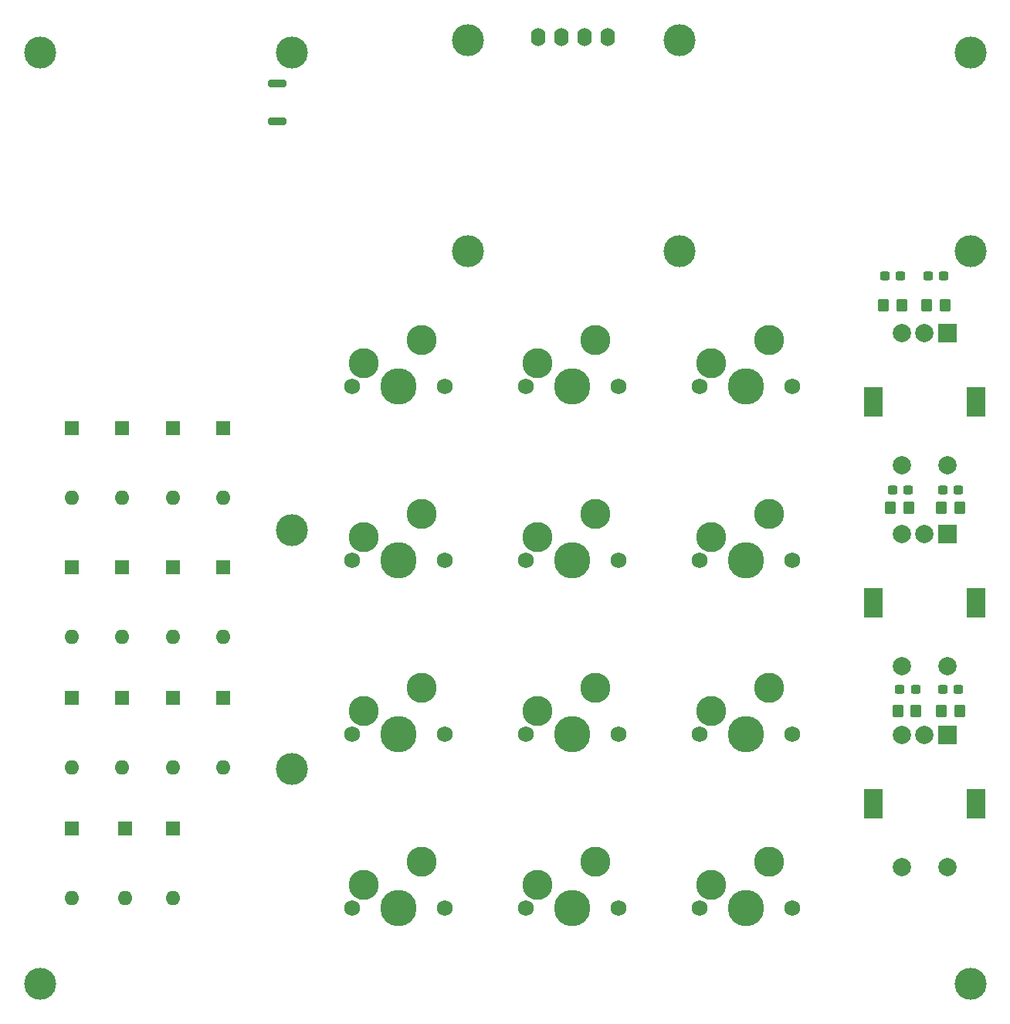
<source format=gts>
G04 #@! TF.GenerationSoftware,KiCad,Pcbnew,7.0.5*
G04 #@! TF.CreationDate,2023-07-29T23:22:17-07:00*
G04 #@! TF.ProjectId,Custom_KeyPad,43757374-6f6d-45f4-9b65-795061642e6b,rev?*
G04 #@! TF.SameCoordinates,Original*
G04 #@! TF.FileFunction,Soldermask,Top*
G04 #@! TF.FilePolarity,Negative*
%FSLAX46Y46*%
G04 Gerber Fmt 4.6, Leading zero omitted, Abs format (unit mm)*
G04 Created by KiCad (PCBNEW 7.0.5) date 2023-07-29 23:22:17*
%MOMM*%
%LPD*%
G01*
G04 APERTURE LIST*
G04 Aperture macros list*
%AMRoundRect*
0 Rectangle with rounded corners*
0 $1 Rounding radius*
0 $2 $3 $4 $5 $6 $7 $8 $9 X,Y pos of 4 corners*
0 Add a 4 corners polygon primitive as box body*
4,1,4,$2,$3,$4,$5,$6,$7,$8,$9,$2,$3,0*
0 Add four circle primitives for the rounded corners*
1,1,$1+$1,$2,$3*
1,1,$1+$1,$4,$5*
1,1,$1+$1,$6,$7*
1,1,$1+$1,$8,$9*
0 Add four rect primitives between the rounded corners*
20,1,$1+$1,$2,$3,$4,$5,0*
20,1,$1+$1,$4,$5,$6,$7,0*
20,1,$1+$1,$6,$7,$8,$9,0*
20,1,$1+$1,$8,$9,$2,$3,0*%
G04 Aperture macros list end*
%ADD10C,2.600000*%
%ADD11C,3.500000*%
%ADD12R,1.600000X1.600000*%
%ADD13O,1.600000X1.600000*%
%ADD14R,2.000000X2.000000*%
%ADD15C,2.000000*%
%ADD16R,2.000000X3.200000*%
%ADD17RoundRect,0.250000X-0.350000X-0.450000X0.350000X-0.450000X0.350000X0.450000X-0.350000X0.450000X0*%
%ADD18RoundRect,0.237500X-0.300000X-0.237500X0.300000X-0.237500X0.300000X0.237500X-0.300000X0.237500X0*%
%ADD19RoundRect,0.200000X0.800000X-0.200000X0.800000X0.200000X-0.800000X0.200000X-0.800000X-0.200000X0*%
%ADD20RoundRect,0.237500X0.300000X0.237500X-0.300000X0.237500X-0.300000X-0.237500X0.300000X-0.237500X0*%
%ADD21O,1.600000X2.000000*%
%ADD22C,1.750000*%
%ADD23C,3.987800*%
%ADD24C,3.300000*%
G04 APERTURE END LIST*
D10*
X203000000Y-60772695D03*
D11*
X203000000Y-60772695D03*
X128587500Y-91281250D03*
D10*
X128587500Y-91281250D03*
D12*
X104443750Y-95380000D03*
D13*
X104443750Y-103000000D03*
D14*
X200500000Y-91750000D03*
D15*
X195500000Y-91750000D03*
X198000000Y-91750000D03*
D16*
X203600000Y-99250000D03*
X192400000Y-99250000D03*
D15*
X195500000Y-106250000D03*
X200500000Y-106250000D03*
D12*
X115556250Y-95380000D03*
D13*
X115556250Y-103000000D03*
D17*
X199818750Y-111125000D03*
X201818750Y-111125000D03*
D12*
X121112500Y-109667500D03*
D13*
X121112500Y-117287500D03*
D17*
X194262500Y-88900000D03*
X196262500Y-88900000D03*
D10*
X128587500Y-39000000D03*
D11*
X128587500Y-39000000D03*
D14*
X200500000Y-113750000D03*
D15*
X195500000Y-113750000D03*
X198000000Y-113750000D03*
D16*
X203600000Y-121250000D03*
X192400000Y-121250000D03*
D15*
X195500000Y-128250000D03*
X200500000Y-128250000D03*
D12*
X110331250Y-123983750D03*
D13*
X110331250Y-131603750D03*
D12*
X115556250Y-123983750D03*
D13*
X115556250Y-131603750D03*
D12*
X115556250Y-109667500D03*
D13*
X115556250Y-117287500D03*
D18*
X199956250Y-86954230D03*
X201681250Y-86954230D03*
D12*
X121112500Y-95380000D03*
D13*
X121112500Y-103000000D03*
D10*
X128587500Y-117475000D03*
D11*
X128587500Y-117475000D03*
D18*
X198368750Y-63500000D03*
X200093750Y-63500000D03*
D17*
X193468750Y-66675000D03*
X195468750Y-66675000D03*
D14*
X200500000Y-69750000D03*
D15*
X195500000Y-69750000D03*
X198000000Y-69750000D03*
D16*
X203600000Y-77250000D03*
X192400000Y-77250000D03*
D15*
X195500000Y-84250000D03*
X200500000Y-84250000D03*
D10*
X101000000Y-39000000D03*
D11*
X101000000Y-39000000D03*
D10*
X171153689Y-60772695D03*
D11*
X171153689Y-60772695D03*
D12*
X121112500Y-80140000D03*
D13*
X121112500Y-87760000D03*
D12*
X104443750Y-80140000D03*
D13*
X104443750Y-87760000D03*
D10*
X203000000Y-39000000D03*
D11*
X203000000Y-39000000D03*
D10*
X147947592Y-60772480D03*
D11*
X147947592Y-60772480D03*
D19*
X127000000Y-46550000D03*
X127000000Y-42350000D03*
D18*
X199956250Y-108743750D03*
X201681250Y-108743750D03*
D12*
X110000000Y-80140000D03*
D13*
X110000000Y-87760000D03*
D10*
X171158857Y-37656395D03*
D11*
X171158857Y-37656395D03*
D12*
X110000000Y-95380000D03*
D13*
X110000000Y-103000000D03*
D12*
X115556250Y-80140000D03*
D13*
X115556250Y-87760000D03*
D12*
X104443750Y-109667500D03*
D13*
X104443750Y-117287500D03*
D10*
X101000000Y-141000000D03*
D11*
X101000000Y-141000000D03*
D12*
X104443750Y-123983750D03*
D13*
X104443750Y-131603750D03*
D10*
X147943149Y-37649935D03*
D11*
X147943149Y-37649935D03*
D20*
X196189858Y-86954230D03*
X194464858Y-86954230D03*
D12*
X110000000Y-109667500D03*
D13*
X110000000Y-117287500D03*
D20*
X195331250Y-63500000D03*
X193606250Y-63500000D03*
D17*
X199818750Y-88900000D03*
X201818750Y-88900000D03*
D21*
X155623750Y-37262500D03*
X158163750Y-37262500D03*
X160703750Y-37262500D03*
X163243750Y-37262500D03*
D17*
X198231250Y-66675000D03*
X200231250Y-66675000D03*
X195056250Y-111125000D03*
X197056250Y-111125000D03*
D20*
X196987500Y-108743750D03*
X195262500Y-108743750D03*
D10*
X203000000Y-141000000D03*
D11*
X203000000Y-141000000D03*
D22*
X145415000Y-132715000D03*
D23*
X140335000Y-132715000D03*
D22*
X135255000Y-132715000D03*
D24*
X136525000Y-130175000D03*
X142875000Y-127635000D03*
D22*
X164465000Y-94615000D03*
D23*
X159385000Y-94615000D03*
D22*
X154305000Y-94615000D03*
D24*
X155575000Y-92075000D03*
X161925000Y-89535000D03*
D22*
X145415000Y-94615000D03*
D23*
X140335000Y-94615000D03*
D22*
X135255000Y-94615000D03*
D24*
X136525000Y-92075000D03*
X142875000Y-89535000D03*
D22*
X145415000Y-113665000D03*
D23*
X140335000Y-113665000D03*
D22*
X135255000Y-113665000D03*
D24*
X136525000Y-111125000D03*
X142875000Y-108585000D03*
D22*
X183515000Y-75565000D03*
D23*
X178435000Y-75565000D03*
D22*
X173355000Y-75565000D03*
D24*
X174625000Y-73025000D03*
X180975000Y-70485000D03*
D22*
X164465000Y-75565000D03*
D23*
X159385000Y-75565000D03*
D22*
X154305000Y-75565000D03*
D24*
X155575000Y-73025000D03*
X161925000Y-70485000D03*
D22*
X164465000Y-113665000D03*
D23*
X159385000Y-113665000D03*
D22*
X154305000Y-113665000D03*
D24*
X155575000Y-111125000D03*
X161925000Y-108585000D03*
D22*
X183515000Y-132715000D03*
D23*
X178435000Y-132715000D03*
D22*
X173355000Y-132715000D03*
D24*
X174625000Y-130175000D03*
X180975000Y-127635000D03*
D22*
X164465000Y-132715000D03*
D23*
X159385000Y-132715000D03*
D22*
X154305000Y-132715000D03*
D24*
X155575000Y-130175000D03*
X161925000Y-127635000D03*
D22*
X183515000Y-94615000D03*
D23*
X178435000Y-94615000D03*
D22*
X173355000Y-94615000D03*
D24*
X174625000Y-92075000D03*
X180975000Y-89535000D03*
D22*
X183515000Y-113665000D03*
D23*
X178435000Y-113665000D03*
D22*
X173355000Y-113665000D03*
D24*
X174625000Y-111125000D03*
X180975000Y-108585000D03*
D22*
X145415000Y-75565000D03*
D23*
X140335000Y-75565000D03*
D22*
X135255000Y-75565000D03*
D24*
X136525000Y-73025000D03*
X142875000Y-70485000D03*
M02*

</source>
